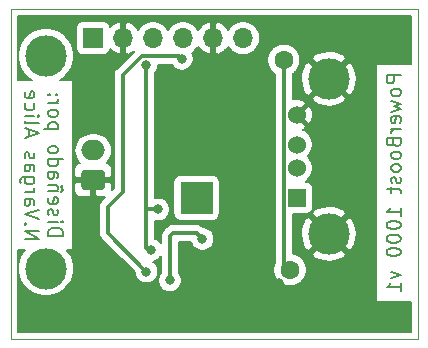
<source format=gbr>
%TF.GenerationSoftware,KiCad,Pcbnew,5.1.10-88a1d61d58~88~ubuntu18.04.1*%
%TF.CreationDate,2021-10-13T20:11:08-03:00*%
%TF.ProjectId,ConversorDCDC,436f6e76-6572-4736-9f72-444344432e6b,1.0*%
%TF.SameCoordinates,Original*%
%TF.FileFunction,Copper,L2,Bot*%
%TF.FilePolarity,Positive*%
%FSLAX46Y46*%
G04 Gerber Fmt 4.6, Leading zero omitted, Abs format (unit mm)*
G04 Created by KiCad (PCBNEW 5.1.10-88a1d61d58~88~ubuntu18.04.1) date 2021-10-13 20:11:08*
%MOMM*%
%LPD*%
G01*
G04 APERTURE LIST*
%TA.AperFunction,NonConductor*%
%ADD10C,0.200000*%
%TD*%
%TA.AperFunction,Profile*%
%ADD11C,0.050000*%
%TD*%
%TA.AperFunction,ComponentPad*%
%ADD12C,2.600000*%
%TD*%
%TA.AperFunction,ConnectorPad*%
%ADD13C,3.500000*%
%TD*%
%TA.AperFunction,ComponentPad*%
%ADD14C,0.500000*%
%TD*%
%TA.AperFunction,SMDPad,CuDef*%
%ADD15R,2.700000X2.700000*%
%TD*%
%TA.AperFunction,ComponentPad*%
%ADD16O,2.000000X1.700000*%
%TD*%
%TA.AperFunction,ComponentPad*%
%ADD17R,1.700000X1.700000*%
%TD*%
%TA.AperFunction,ComponentPad*%
%ADD18O,1.700000X1.700000*%
%TD*%
%TA.AperFunction,ComponentPad*%
%ADD19C,3.500000*%
%TD*%
%TA.AperFunction,ComponentPad*%
%ADD20R,1.524000X1.524000*%
%TD*%
%TA.AperFunction,ComponentPad*%
%ADD21C,1.524000*%
%TD*%
%TA.AperFunction,ViaPad*%
%ADD22C,0.800000*%
%TD*%
%TA.AperFunction,ViaPad*%
%ADD23C,1.600000*%
%TD*%
%TA.AperFunction,Conductor*%
%ADD24C,0.300000*%
%TD*%
%TA.AperFunction,Conductor*%
%ADD25C,0.200000*%
%TD*%
%TA.AperFunction,Conductor*%
%ADD26C,0.100000*%
%TD*%
G04 APERTURE END LIST*
D10*
X83207142Y-117721428D02*
X84407142Y-117721428D01*
X84407142Y-117435714D01*
X84350000Y-117264285D01*
X84235714Y-117150000D01*
X84121428Y-117092857D01*
X83892857Y-117035714D01*
X83721428Y-117035714D01*
X83492857Y-117092857D01*
X83378571Y-117150000D01*
X83264285Y-117264285D01*
X83207142Y-117435714D01*
X83207142Y-117721428D01*
X83207142Y-116521428D02*
X84007142Y-116521428D01*
X84407142Y-116521428D02*
X84350000Y-116578571D01*
X84292857Y-116521428D01*
X84350000Y-116464285D01*
X84407142Y-116521428D01*
X84292857Y-116521428D01*
X83264285Y-116007142D02*
X83207142Y-115892857D01*
X83207142Y-115664285D01*
X83264285Y-115550000D01*
X83378571Y-115492857D01*
X83435714Y-115492857D01*
X83550000Y-115550000D01*
X83607142Y-115664285D01*
X83607142Y-115835714D01*
X83664285Y-115950000D01*
X83778571Y-116007142D01*
X83835714Y-116007142D01*
X83950000Y-115950000D01*
X84007142Y-115835714D01*
X84007142Y-115664285D01*
X83950000Y-115550000D01*
X83264285Y-114521428D02*
X83207142Y-114635714D01*
X83207142Y-114864285D01*
X83264285Y-114978571D01*
X83378571Y-115035714D01*
X83835714Y-115035714D01*
X83950000Y-114978571D01*
X84007142Y-114864285D01*
X84007142Y-114635714D01*
X83950000Y-114521428D01*
X83835714Y-114464285D01*
X83721428Y-114464285D01*
X83607142Y-115035714D01*
X84007142Y-113950000D02*
X83207142Y-113950000D01*
X83892857Y-113950000D02*
X83950000Y-113892857D01*
X84007142Y-113778571D01*
X84007142Y-113607142D01*
X83950000Y-113492857D01*
X83835714Y-113435714D01*
X83207142Y-113435714D01*
X84292857Y-114007142D02*
X84350000Y-113950000D01*
X84407142Y-113835714D01*
X84292857Y-113607142D01*
X84350000Y-113492857D01*
X84407142Y-113435714D01*
X83207142Y-112350000D02*
X83835714Y-112350000D01*
X83950000Y-112407142D01*
X84007142Y-112521428D01*
X84007142Y-112750000D01*
X83950000Y-112864285D01*
X83264285Y-112350000D02*
X83207142Y-112464285D01*
X83207142Y-112750000D01*
X83264285Y-112864285D01*
X83378571Y-112921428D01*
X83492857Y-112921428D01*
X83607142Y-112864285D01*
X83664285Y-112750000D01*
X83664285Y-112464285D01*
X83721428Y-112350000D01*
X83207142Y-111264285D02*
X84407142Y-111264285D01*
X83264285Y-111264285D02*
X83207142Y-111378571D01*
X83207142Y-111607142D01*
X83264285Y-111721428D01*
X83321428Y-111778571D01*
X83435714Y-111835714D01*
X83778571Y-111835714D01*
X83892857Y-111778571D01*
X83950000Y-111721428D01*
X84007142Y-111607142D01*
X84007142Y-111378571D01*
X83950000Y-111264285D01*
X83207142Y-110521428D02*
X83264285Y-110635714D01*
X83321428Y-110692857D01*
X83435714Y-110750000D01*
X83778571Y-110750000D01*
X83892857Y-110692857D01*
X83950000Y-110635714D01*
X84007142Y-110521428D01*
X84007142Y-110350000D01*
X83950000Y-110235714D01*
X83892857Y-110178571D01*
X83778571Y-110121428D01*
X83435714Y-110121428D01*
X83321428Y-110178571D01*
X83264285Y-110235714D01*
X83207142Y-110350000D01*
X83207142Y-110521428D01*
X84007142Y-108692857D02*
X82807142Y-108692857D01*
X83950000Y-108692857D02*
X84007142Y-108578571D01*
X84007142Y-108350000D01*
X83950000Y-108235714D01*
X83892857Y-108178571D01*
X83778571Y-108121428D01*
X83435714Y-108121428D01*
X83321428Y-108178571D01*
X83264285Y-108235714D01*
X83207142Y-108350000D01*
X83207142Y-108578571D01*
X83264285Y-108692857D01*
X83207142Y-107435714D02*
X83264285Y-107550000D01*
X83321428Y-107607142D01*
X83435714Y-107664285D01*
X83778571Y-107664285D01*
X83892857Y-107607142D01*
X83950000Y-107550000D01*
X84007142Y-107435714D01*
X84007142Y-107264285D01*
X83950000Y-107150000D01*
X83892857Y-107092857D01*
X83778571Y-107035714D01*
X83435714Y-107035714D01*
X83321428Y-107092857D01*
X83264285Y-107150000D01*
X83207142Y-107264285D01*
X83207142Y-107435714D01*
X83207142Y-106521428D02*
X84007142Y-106521428D01*
X83778571Y-106521428D02*
X83892857Y-106464285D01*
X83950000Y-106407142D01*
X84007142Y-106292857D01*
X84007142Y-106178571D01*
X83321428Y-105778571D02*
X83264285Y-105721428D01*
X83207142Y-105778571D01*
X83264285Y-105835714D01*
X83321428Y-105778571D01*
X83207142Y-105778571D01*
X83950000Y-105778571D02*
X83892857Y-105721428D01*
X83835714Y-105778571D01*
X83892857Y-105835714D01*
X83950000Y-105778571D01*
X83835714Y-105778571D01*
X81207142Y-117978571D02*
X82407142Y-117978571D01*
X81207142Y-117292857D01*
X82407142Y-117292857D01*
X81321428Y-116721428D02*
X81264285Y-116664285D01*
X81207142Y-116721428D01*
X81264285Y-116778571D01*
X81321428Y-116721428D01*
X81207142Y-116721428D01*
X82407142Y-116321428D02*
X81207142Y-115921428D01*
X82407142Y-115521428D01*
X81207142Y-114607142D02*
X81835714Y-114607142D01*
X81950000Y-114664285D01*
X82007142Y-114778571D01*
X82007142Y-115007142D01*
X81950000Y-115121428D01*
X81264285Y-114607142D02*
X81207142Y-114721428D01*
X81207142Y-115007142D01*
X81264285Y-115121428D01*
X81378571Y-115178571D01*
X81492857Y-115178571D01*
X81607142Y-115121428D01*
X81664285Y-115007142D01*
X81664285Y-114721428D01*
X81721428Y-114607142D01*
X81207142Y-114035714D02*
X82007142Y-114035714D01*
X81778571Y-114035714D02*
X81892857Y-113978571D01*
X81950000Y-113921428D01*
X82007142Y-113807142D01*
X82007142Y-113692857D01*
X82007142Y-112778571D02*
X81035714Y-112778571D01*
X80921428Y-112835714D01*
X80864285Y-112892857D01*
X80807142Y-113007142D01*
X80807142Y-113178571D01*
X80864285Y-113292857D01*
X81264285Y-112778571D02*
X81207142Y-112892857D01*
X81207142Y-113121428D01*
X81264285Y-113235714D01*
X81321428Y-113292857D01*
X81435714Y-113350000D01*
X81778571Y-113350000D01*
X81892857Y-113292857D01*
X81950000Y-113235714D01*
X82007142Y-113121428D01*
X82007142Y-112892857D01*
X81950000Y-112778571D01*
X81207142Y-111692857D02*
X81835714Y-111692857D01*
X81950000Y-111750000D01*
X82007142Y-111864285D01*
X82007142Y-112092857D01*
X81950000Y-112207142D01*
X81264285Y-111692857D02*
X81207142Y-111807142D01*
X81207142Y-112092857D01*
X81264285Y-112207142D01*
X81378571Y-112264285D01*
X81492857Y-112264285D01*
X81607142Y-112207142D01*
X81664285Y-112092857D01*
X81664285Y-111807142D01*
X81721428Y-111692857D01*
X81264285Y-111178571D02*
X81207142Y-111064285D01*
X81207142Y-110835714D01*
X81264285Y-110721428D01*
X81378571Y-110664285D01*
X81435714Y-110664285D01*
X81550000Y-110721428D01*
X81607142Y-110835714D01*
X81607142Y-111007142D01*
X81664285Y-111121428D01*
X81778571Y-111178571D01*
X81835714Y-111178571D01*
X81950000Y-111121428D01*
X82007142Y-111007142D01*
X82007142Y-110835714D01*
X81950000Y-110721428D01*
X81550000Y-109292857D02*
X81550000Y-108721428D01*
X81207142Y-109407142D02*
X82407142Y-109007142D01*
X81207142Y-108607142D01*
X81207142Y-108035714D02*
X81264285Y-108150000D01*
X81378571Y-108207142D01*
X82407142Y-108207142D01*
X81207142Y-107578571D02*
X82007142Y-107578571D01*
X82407142Y-107578571D02*
X82350000Y-107635714D01*
X82292857Y-107578571D01*
X82350000Y-107521428D01*
X82407142Y-107578571D01*
X82292857Y-107578571D01*
X81264285Y-106492857D02*
X81207142Y-106607142D01*
X81207142Y-106835714D01*
X81264285Y-106950000D01*
X81321428Y-107007142D01*
X81435714Y-107064285D01*
X81778571Y-107064285D01*
X81892857Y-107007142D01*
X81950000Y-106950000D01*
X82007142Y-106835714D01*
X82007142Y-106607142D01*
X81950000Y-106492857D01*
X81264285Y-105521428D02*
X81207142Y-105635714D01*
X81207142Y-105864285D01*
X81264285Y-105978571D01*
X81378571Y-106035714D01*
X81835714Y-106035714D01*
X81950000Y-105978571D01*
X82007142Y-105864285D01*
X82007142Y-105635714D01*
X81950000Y-105521428D01*
X81835714Y-105464285D01*
X81721428Y-105464285D01*
X81607142Y-106035714D01*
X113042857Y-104135714D02*
X111842857Y-104135714D01*
X111842857Y-104592857D01*
X111900000Y-104707142D01*
X111957142Y-104764285D01*
X112071428Y-104821428D01*
X112242857Y-104821428D01*
X112357142Y-104764285D01*
X112414285Y-104707142D01*
X112471428Y-104592857D01*
X112471428Y-104135714D01*
X113042857Y-105507142D02*
X112985714Y-105392857D01*
X112928571Y-105335714D01*
X112814285Y-105278571D01*
X112471428Y-105278571D01*
X112357142Y-105335714D01*
X112300000Y-105392857D01*
X112242857Y-105507142D01*
X112242857Y-105678571D01*
X112300000Y-105792857D01*
X112357142Y-105850000D01*
X112471428Y-105907142D01*
X112814285Y-105907142D01*
X112928571Y-105850000D01*
X112985714Y-105792857D01*
X113042857Y-105678571D01*
X113042857Y-105507142D01*
X112242857Y-106307142D02*
X113042857Y-106535714D01*
X112471428Y-106764285D01*
X113042857Y-106992857D01*
X112242857Y-107221428D01*
X112985714Y-108135714D02*
X113042857Y-108021428D01*
X113042857Y-107792857D01*
X112985714Y-107678571D01*
X112871428Y-107621428D01*
X112414285Y-107621428D01*
X112300000Y-107678571D01*
X112242857Y-107792857D01*
X112242857Y-108021428D01*
X112300000Y-108135714D01*
X112414285Y-108192857D01*
X112528571Y-108192857D01*
X112642857Y-107621428D01*
X113042857Y-108707142D02*
X112242857Y-108707142D01*
X112471428Y-108707142D02*
X112357142Y-108764285D01*
X112300000Y-108821428D01*
X112242857Y-108935714D01*
X112242857Y-109050000D01*
X112414285Y-109850000D02*
X112471428Y-110021428D01*
X112528571Y-110078571D01*
X112642857Y-110135714D01*
X112814285Y-110135714D01*
X112928571Y-110078571D01*
X112985714Y-110021428D01*
X113042857Y-109907142D01*
X113042857Y-109450000D01*
X111842857Y-109450000D01*
X111842857Y-109850000D01*
X111900000Y-109964285D01*
X111957142Y-110021428D01*
X112071428Y-110078571D01*
X112185714Y-110078571D01*
X112300000Y-110021428D01*
X112357142Y-109964285D01*
X112414285Y-109850000D01*
X112414285Y-109450000D01*
X113042857Y-110821428D02*
X112985714Y-110707142D01*
X112928571Y-110650000D01*
X112814285Y-110592857D01*
X112471428Y-110592857D01*
X112357142Y-110650000D01*
X112300000Y-110707142D01*
X112242857Y-110821428D01*
X112242857Y-110992857D01*
X112300000Y-111107142D01*
X112357142Y-111164285D01*
X112471428Y-111221428D01*
X112814285Y-111221428D01*
X112928571Y-111164285D01*
X112985714Y-111107142D01*
X113042857Y-110992857D01*
X113042857Y-110821428D01*
X113042857Y-111907142D02*
X112985714Y-111792857D01*
X112928571Y-111735714D01*
X112814285Y-111678571D01*
X112471428Y-111678571D01*
X112357142Y-111735714D01*
X112300000Y-111792857D01*
X112242857Y-111907142D01*
X112242857Y-112078571D01*
X112300000Y-112192857D01*
X112357142Y-112250000D01*
X112471428Y-112307142D01*
X112814285Y-112307142D01*
X112928571Y-112250000D01*
X112985714Y-112192857D01*
X113042857Y-112078571D01*
X113042857Y-111907142D01*
X112985714Y-112764285D02*
X113042857Y-112878571D01*
X113042857Y-113107142D01*
X112985714Y-113221428D01*
X112871428Y-113278571D01*
X112814285Y-113278571D01*
X112700000Y-113221428D01*
X112642857Y-113107142D01*
X112642857Y-112935714D01*
X112585714Y-112821428D01*
X112471428Y-112764285D01*
X112414285Y-112764285D01*
X112300000Y-112821428D01*
X112242857Y-112935714D01*
X112242857Y-113107142D01*
X112300000Y-113221428D01*
X112242857Y-113621428D02*
X112242857Y-114078571D01*
X111842857Y-113792857D02*
X112871428Y-113792857D01*
X112985714Y-113850000D01*
X113042857Y-113964285D01*
X113042857Y-114078571D01*
X113042857Y-116021428D02*
X113042857Y-115335714D01*
X113042857Y-115678571D02*
X111842857Y-115678571D01*
X112014285Y-115564285D01*
X112128571Y-115449999D01*
X112185714Y-115335714D01*
X111842857Y-116764285D02*
X111842857Y-116878571D01*
X111900000Y-116992857D01*
X111957142Y-117049999D01*
X112071428Y-117107142D01*
X112300000Y-117164285D01*
X112585714Y-117164285D01*
X112814285Y-117107142D01*
X112928571Y-117049999D01*
X112985714Y-116992857D01*
X113042857Y-116878571D01*
X113042857Y-116764285D01*
X112985714Y-116649999D01*
X112928571Y-116592857D01*
X112814285Y-116535714D01*
X112585714Y-116478571D01*
X112300000Y-116478571D01*
X112071428Y-116535714D01*
X111957142Y-116592857D01*
X111900000Y-116649999D01*
X111842857Y-116764285D01*
X111842857Y-117907142D02*
X111842857Y-118021428D01*
X111900000Y-118135714D01*
X111957142Y-118192857D01*
X112071428Y-118249999D01*
X112300000Y-118307142D01*
X112585714Y-118307142D01*
X112814285Y-118249999D01*
X112928571Y-118192857D01*
X112985714Y-118135714D01*
X113042857Y-118021428D01*
X113042857Y-117907142D01*
X112985714Y-117792857D01*
X112928571Y-117735714D01*
X112814285Y-117678571D01*
X112585714Y-117621428D01*
X112300000Y-117621428D01*
X112071428Y-117678571D01*
X111957142Y-117735714D01*
X111900000Y-117792857D01*
X111842857Y-117907142D01*
X111842857Y-119049999D02*
X111842857Y-119164285D01*
X111900000Y-119278571D01*
X111957142Y-119335714D01*
X112071428Y-119392857D01*
X112300000Y-119449999D01*
X112585714Y-119449999D01*
X112814285Y-119392857D01*
X112928571Y-119335714D01*
X112985714Y-119278571D01*
X113042857Y-119164285D01*
X113042857Y-119049999D01*
X112985714Y-118935714D01*
X112928571Y-118878571D01*
X112814285Y-118821428D01*
X112585714Y-118764285D01*
X112300000Y-118764285D01*
X112071428Y-118821428D01*
X111957142Y-118878571D01*
X111900000Y-118935714D01*
X111842857Y-119049999D01*
X112242857Y-120764285D02*
X113042857Y-121049999D01*
X112242857Y-121335714D01*
X113042857Y-122421428D02*
X113042857Y-121735714D01*
X113042857Y-122078571D02*
X111842857Y-122078571D01*
X112014285Y-121964285D01*
X112128571Y-121849999D01*
X112185714Y-121735714D01*
D11*
X80000000Y-126500000D02*
X80000000Y-98500000D01*
X114500000Y-126500000D02*
X80000000Y-126500000D01*
X114500000Y-98500000D02*
X114500000Y-126500000D01*
X80000000Y-98500000D02*
X114500000Y-98500000D01*
D12*
%TO.P,H1,1*%
%TO.N,N/C*%
X83000000Y-102500000D03*
D13*
X83000000Y-102500000D03*
%TD*%
D14*
%TO.P,U1,17*%
%TO.N,Net-(U1-Pad17)*%
X96850000Y-115600000D03*
X95750000Y-115600000D03*
X94650000Y-115600000D03*
X96850000Y-114500000D03*
X95750000Y-114500000D03*
X94650000Y-114500000D03*
X96850000Y-113400000D03*
X95750000Y-113400000D03*
X94650000Y-113400000D03*
D15*
X95750000Y-114500000D03*
%TD*%
%TO.P,X2,1*%
%TO.N,GND*%
%TA.AperFunction,ComponentPad*%
G36*
G01*
X87750000Y-113850000D02*
X86250000Y-113850000D01*
G75*
G02*
X86000000Y-113600000I0J250000D01*
G01*
X86000000Y-112400000D01*
G75*
G02*
X86250000Y-112150000I250000J0D01*
G01*
X87750000Y-112150000D01*
G75*
G02*
X88000000Y-112400000I0J-250000D01*
G01*
X88000000Y-113600000D01*
G75*
G02*
X87750000Y-113850000I-250000J0D01*
G01*
G37*
%TD.AperFunction*%
D16*
%TO.P,X2,2*%
%TO.N,+BATT*%
X87000000Y-110500000D03*
%TD*%
D13*
%TO.P,H2,1*%
%TO.N,N/C*%
X83000000Y-120500000D03*
D12*
X83000000Y-120500000D03*
%TD*%
D17*
%TO.P,JP1,1*%
%TO.N,+BATT*%
X87000000Y-101000000D03*
D18*
%TO.P,JP1,2*%
%TO.N,GND*%
X89540000Y-101000000D03*
%TO.P,JP1,3*%
%TO.N,/ENABLE*%
X92080000Y-101000000D03*
%TO.P,JP1,4*%
%TO.N,/LBO*%
X94620000Y-101000000D03*
%TO.P,JP1,5*%
%TO.N,GND*%
X97160000Y-101000000D03*
%TO.P,JP1,6*%
%TO.N,+5V*%
X99700000Y-101000000D03*
%TD*%
D19*
%TO.P,CN1,5*%
%TO.N,GND*%
X106960000Y-104430000D03*
X106960000Y-117570000D03*
D20*
%TO.P,CN1,1*%
%TO.N,+5V*%
X104250000Y-114500000D03*
D21*
%TO.P,CN1,2*%
%TO.N,Net-(CN1-Pad2)*%
X104250000Y-112000000D03*
%TO.P,CN1,3*%
%TO.N,Net-(CN1-Pad3)*%
X104250000Y-110000000D03*
%TO.P,CN1,4*%
%TO.N,GND*%
X104250000Y-107500000D03*
%TD*%
D22*
%TO.N,GND*%
X99250000Y-121750000D03*
X102750000Y-121750000D03*
X92750000Y-113000000D03*
X94655331Y-109844669D03*
X106960000Y-111540000D03*
X106960000Y-108040000D03*
D23*
%TO.N,+5V*%
X103662500Y-120600000D03*
X103137999Y-102862001D03*
D22*
%TO.N,/ENABLE*%
X91912500Y-118912500D03*
X91500000Y-103250000D03*
X92500000Y-115500000D03*
%TO.N,/LBO*%
X94500000Y-102750000D03*
X91500000Y-120750000D03*
%TO.N,Net-(R3-Pad2)*%
X96250000Y-118000000D03*
X93500000Y-121500000D03*
%TD*%
D24*
%TO.N,GND*%
X99250000Y-121750000D02*
X102750000Y-121750000D01*
X92750000Y-113000000D02*
X92750000Y-111750000D01*
X92750000Y-111750000D02*
X94500000Y-110000000D01*
X94500000Y-110000000D02*
X94655331Y-109844669D01*
X106960000Y-111540000D02*
X106960000Y-108040000D01*
%TO.N,+5V*%
X103137999Y-120075499D02*
X103137999Y-102862001D01*
X103662500Y-120600000D02*
X103137999Y-120075499D01*
X103137999Y-102862001D02*
X103137999Y-102862001D01*
%TO.N,/ENABLE*%
X91912500Y-118912500D02*
X91662500Y-118912500D01*
X91662500Y-118912500D02*
X91500000Y-118750000D01*
X91500000Y-115500000D02*
X91500000Y-103250000D01*
X91500000Y-118750000D02*
X91500000Y-115500000D01*
X91500000Y-115500000D02*
X92500000Y-115500000D01*
%TO.N,/LBO*%
X94500000Y-102750000D02*
X94250000Y-102500000D01*
X94250000Y-102500000D02*
X91139999Y-102499999D01*
X91139999Y-102499999D02*
X90944999Y-102694999D01*
X89500000Y-104139998D02*
X89500000Y-114000000D01*
X90944999Y-102694999D02*
X89500000Y-104139998D01*
X89500000Y-114000000D02*
X88500000Y-115000000D01*
X88500000Y-115000000D02*
X88250000Y-115250000D01*
X88250000Y-115250000D02*
X88250000Y-117500000D01*
X88250000Y-117500000D02*
X91500000Y-120750000D01*
%TO.N,Net-(R3-Pad2)*%
X96250000Y-118000000D02*
X95750000Y-117500000D01*
X95750000Y-117500000D02*
X94000000Y-117500000D01*
X94000000Y-117500000D02*
X93750000Y-117500000D01*
X93750000Y-117500000D02*
X93500000Y-117750000D01*
X93500000Y-117750000D02*
X93500000Y-121500000D01*
X93500000Y-121500000D02*
X93500000Y-121500000D01*
%TD*%
D25*
%TO.N,GND*%
X113875000Y-103150000D02*
X110986000Y-103150000D01*
X110986000Y-123350000D01*
X113875001Y-123350000D01*
X113875001Y-125875000D01*
X80625000Y-125875000D01*
X80625000Y-118964286D01*
X81212312Y-118964286D01*
X81174636Y-119001962D01*
X80917457Y-119386857D01*
X80740309Y-119814530D01*
X80650000Y-120268545D01*
X80650000Y-120731455D01*
X80740309Y-121185470D01*
X80917457Y-121613143D01*
X81174636Y-121998038D01*
X81501962Y-122325364D01*
X81886857Y-122582543D01*
X82314530Y-122759691D01*
X82768545Y-122850000D01*
X83231455Y-122850000D01*
X83685470Y-122759691D01*
X84113143Y-122582543D01*
X84498038Y-122325364D01*
X84825364Y-121998038D01*
X85082543Y-121613143D01*
X85259691Y-121185470D01*
X85350000Y-120731455D01*
X85350000Y-120268545D01*
X85259691Y-119814530D01*
X85082543Y-119386857D01*
X84825364Y-119001962D01*
X84787688Y-118964286D01*
X85264000Y-118964286D01*
X85264000Y-113850000D01*
X85397097Y-113850000D01*
X85408682Y-113967621D01*
X85442990Y-114080721D01*
X85498704Y-114184955D01*
X85573683Y-114276317D01*
X85665045Y-114351296D01*
X85769279Y-114407010D01*
X85882379Y-114441318D01*
X86000000Y-114452903D01*
X86700000Y-114450000D01*
X86850000Y-114300000D01*
X86850000Y-113150000D01*
X87150000Y-113150000D01*
X87150000Y-114300000D01*
X87300000Y-114450000D01*
X87986493Y-114452847D01*
X87745719Y-114693622D01*
X87717105Y-114717105D01*
X87623381Y-114831308D01*
X87553739Y-114961600D01*
X87510853Y-115102975D01*
X87500000Y-115213166D01*
X87500000Y-115213173D01*
X87496373Y-115250000D01*
X87500000Y-115286828D01*
X87500001Y-117463163D01*
X87496373Y-117500000D01*
X87510853Y-117647025D01*
X87553739Y-117788400D01*
X87553740Y-117788401D01*
X87623382Y-117918693D01*
X87649838Y-117950929D01*
X87693624Y-118004283D01*
X87693625Y-118004284D01*
X87717106Y-118032895D01*
X87745715Y-118056374D01*
X90500000Y-120810660D01*
X90500000Y-120848491D01*
X90538429Y-121041689D01*
X90613811Y-121223678D01*
X90723249Y-121387463D01*
X90862537Y-121526751D01*
X91026322Y-121636189D01*
X91208311Y-121711571D01*
X91401509Y-121750000D01*
X91598491Y-121750000D01*
X91791689Y-121711571D01*
X91973678Y-121636189D01*
X92137463Y-121526751D01*
X92276751Y-121387463D01*
X92386189Y-121223678D01*
X92461571Y-121041689D01*
X92500000Y-120848491D01*
X92500000Y-120651509D01*
X92461571Y-120458311D01*
X92386189Y-120276322D01*
X92276751Y-120112537D01*
X92137463Y-119973249D01*
X92038390Y-119907050D01*
X92204189Y-119874071D01*
X92386178Y-119798689D01*
X92549963Y-119689251D01*
X92689251Y-119549963D01*
X92750000Y-119459045D01*
X92750001Y-120835785D01*
X92723249Y-120862537D01*
X92613811Y-121026322D01*
X92538429Y-121208311D01*
X92500000Y-121401509D01*
X92500000Y-121598491D01*
X92538429Y-121791689D01*
X92613811Y-121973678D01*
X92723249Y-122137463D01*
X92862537Y-122276751D01*
X93026322Y-122386189D01*
X93208311Y-122461571D01*
X93401509Y-122500000D01*
X93598491Y-122500000D01*
X93791689Y-122461571D01*
X93973678Y-122386189D01*
X94137463Y-122276751D01*
X94276751Y-122137463D01*
X94386189Y-121973678D01*
X94461571Y-121791689D01*
X94500000Y-121598491D01*
X94500000Y-121401509D01*
X94461571Y-121208311D01*
X94386189Y-121026322D01*
X94276751Y-120862537D01*
X94250000Y-120835786D01*
X94250000Y-118250000D01*
X95280137Y-118250000D01*
X95288429Y-118291689D01*
X95363811Y-118473678D01*
X95473249Y-118637463D01*
X95612537Y-118776751D01*
X95776322Y-118886189D01*
X95958311Y-118961571D01*
X96151509Y-119000000D01*
X96348491Y-119000000D01*
X96541689Y-118961571D01*
X96723678Y-118886189D01*
X96887463Y-118776751D01*
X97026751Y-118637463D01*
X97136189Y-118473678D01*
X97211571Y-118291689D01*
X97250000Y-118098491D01*
X97250000Y-117901509D01*
X97211571Y-117708311D01*
X97136189Y-117526322D01*
X97026751Y-117362537D01*
X96887463Y-117223249D01*
X96723678Y-117113811D01*
X96541689Y-117038429D01*
X96348491Y-117000000D01*
X96310659Y-117000000D01*
X96306379Y-116995720D01*
X96282895Y-116967105D01*
X96168693Y-116873381D01*
X96038401Y-116803739D01*
X95897026Y-116760853D01*
X95786835Y-116750000D01*
X95786827Y-116750000D01*
X95750000Y-116746373D01*
X95713173Y-116750000D01*
X93786824Y-116750000D01*
X93749999Y-116746373D01*
X93713174Y-116750000D01*
X93713165Y-116750000D01*
X93602974Y-116760853D01*
X93461599Y-116803739D01*
X93331307Y-116873381D01*
X93217105Y-116967105D01*
X93193625Y-116995715D01*
X92995719Y-117193622D01*
X92967105Y-117217105D01*
X92873381Y-117331308D01*
X92803739Y-117461600D01*
X92760853Y-117602975D01*
X92750000Y-117713166D01*
X92750000Y-117713173D01*
X92746373Y-117750000D01*
X92750000Y-117786828D01*
X92750000Y-118365954D01*
X92689251Y-118275037D01*
X92549963Y-118135749D01*
X92386178Y-118026311D01*
X92250000Y-117969904D01*
X92250000Y-116469863D01*
X92401509Y-116500000D01*
X92598491Y-116500000D01*
X92791689Y-116461571D01*
X92973678Y-116386189D01*
X93137463Y-116276751D01*
X93276751Y-116137463D01*
X93386189Y-115973678D01*
X93461571Y-115791689D01*
X93500000Y-115598491D01*
X93500000Y-115401509D01*
X93461571Y-115208311D01*
X93386189Y-115026322D01*
X93276751Y-114862537D01*
X93137463Y-114723249D01*
X92973678Y-114613811D01*
X92791689Y-114538429D01*
X92598491Y-114500000D01*
X92401509Y-114500000D01*
X92250000Y-114530137D01*
X92250000Y-113150000D01*
X93797097Y-113150000D01*
X93797097Y-115850000D01*
X93808682Y-115967621D01*
X93842990Y-116080721D01*
X93898704Y-116184955D01*
X93973683Y-116276317D01*
X94065045Y-116351296D01*
X94169279Y-116407010D01*
X94282379Y-116441318D01*
X94400000Y-116452903D01*
X97100000Y-116452903D01*
X97217621Y-116441318D01*
X97330721Y-116407010D01*
X97434955Y-116351296D01*
X97526317Y-116276317D01*
X97601296Y-116184955D01*
X97657010Y-116080721D01*
X97691318Y-115967621D01*
X97702903Y-115850000D01*
X97702903Y-113150000D01*
X97691318Y-113032379D01*
X97657010Y-112919279D01*
X97601296Y-112815045D01*
X97526317Y-112723683D01*
X97434955Y-112648704D01*
X97330721Y-112592990D01*
X97217621Y-112558682D01*
X97100000Y-112547097D01*
X94400000Y-112547097D01*
X94282379Y-112558682D01*
X94169279Y-112592990D01*
X94065045Y-112648704D01*
X93973683Y-112723683D01*
X93898704Y-112815045D01*
X93842990Y-112919279D01*
X93808682Y-113032379D01*
X93797097Y-113150000D01*
X92250000Y-113150000D01*
X92250000Y-103914214D01*
X92276751Y-103887463D01*
X92386189Y-103723678D01*
X92461571Y-103541689D01*
X92500000Y-103348491D01*
X92500000Y-103249999D01*
X93631399Y-103250000D01*
X93723249Y-103387463D01*
X93862537Y-103526751D01*
X94026322Y-103636189D01*
X94208311Y-103711571D01*
X94401509Y-103750000D01*
X94598491Y-103750000D01*
X94791689Y-103711571D01*
X94973678Y-103636189D01*
X95137463Y-103526751D01*
X95276751Y-103387463D01*
X95386189Y-103223678D01*
X95461571Y-103041689D01*
X95500000Y-102848491D01*
X95500000Y-102724113D01*
X101737999Y-102724113D01*
X101737999Y-102999889D01*
X101791800Y-103270366D01*
X101897335Y-103525150D01*
X102050548Y-103754449D01*
X102245551Y-103949452D01*
X102388000Y-104044634D01*
X102387999Y-120018541D01*
X102316301Y-120191635D01*
X102262500Y-120462112D01*
X102262500Y-120737888D01*
X102316301Y-121008365D01*
X102421836Y-121263149D01*
X102575049Y-121492448D01*
X102770052Y-121687451D01*
X102999351Y-121840664D01*
X103254135Y-121946199D01*
X103524612Y-122000000D01*
X103800388Y-122000000D01*
X104070865Y-121946199D01*
X104325649Y-121840664D01*
X104554948Y-121687451D01*
X104749951Y-121492448D01*
X104903164Y-121263149D01*
X105008699Y-121008365D01*
X105062500Y-120737888D01*
X105062500Y-120462112D01*
X105008699Y-120191635D01*
X104903164Y-119936851D01*
X104749951Y-119707552D01*
X104554948Y-119512549D01*
X104325649Y-119359336D01*
X104070865Y-119253801D01*
X103982077Y-119236140D01*
X105505992Y-119236140D01*
X105696177Y-119564699D01*
X106109607Y-119772931D01*
X106555717Y-119896506D01*
X107017364Y-119930674D01*
X107476806Y-119874123D01*
X107916387Y-119729026D01*
X108223823Y-119564699D01*
X108414008Y-119236140D01*
X106960000Y-117782132D01*
X105505992Y-119236140D01*
X103982077Y-119236140D01*
X103887999Y-119217427D01*
X103887999Y-117627364D01*
X104599326Y-117627364D01*
X104655877Y-118086806D01*
X104800974Y-118526387D01*
X104965301Y-118833823D01*
X105293860Y-119024008D01*
X106747868Y-117570000D01*
X107172132Y-117570000D01*
X108626140Y-119024008D01*
X108954699Y-118833823D01*
X109162931Y-118420393D01*
X109286506Y-117974283D01*
X109320674Y-117512636D01*
X109264123Y-117053194D01*
X109119026Y-116613613D01*
X108954699Y-116306177D01*
X108626140Y-116115992D01*
X107172132Y-117570000D01*
X106747868Y-117570000D01*
X105293860Y-116115992D01*
X104965301Y-116306177D01*
X104757069Y-116719607D01*
X104633494Y-117165717D01*
X104599326Y-117627364D01*
X103887999Y-117627364D01*
X103887999Y-115903860D01*
X105505992Y-115903860D01*
X106960000Y-117357868D01*
X108414008Y-115903860D01*
X108223823Y-115575301D01*
X107810393Y-115367069D01*
X107364283Y-115243494D01*
X106902636Y-115209326D01*
X106443194Y-115265877D01*
X106003613Y-115410974D01*
X105696177Y-115575301D01*
X105505992Y-115903860D01*
X103887999Y-115903860D01*
X103887999Y-115864903D01*
X105012000Y-115864903D01*
X105129621Y-115853318D01*
X105242721Y-115819010D01*
X105346955Y-115763296D01*
X105438317Y-115688317D01*
X105513296Y-115596955D01*
X105569010Y-115492721D01*
X105603318Y-115379621D01*
X105614903Y-115262000D01*
X105614903Y-113738000D01*
X105603318Y-113620379D01*
X105569010Y-113507279D01*
X105513296Y-113403045D01*
X105438317Y-113311683D01*
X105346955Y-113236704D01*
X105242721Y-113180990D01*
X105129621Y-113146682D01*
X105012000Y-113135097D01*
X105002742Y-113135097D01*
X105118224Y-113057934D01*
X105307934Y-112868224D01*
X105456989Y-112645149D01*
X105559659Y-112397281D01*
X105612000Y-112134145D01*
X105612000Y-111865855D01*
X105559659Y-111602719D01*
X105456989Y-111354851D01*
X105307934Y-111131776D01*
X105176158Y-111000000D01*
X105307934Y-110868224D01*
X105456989Y-110645149D01*
X105559659Y-110397281D01*
X105612000Y-110134145D01*
X105612000Y-109865855D01*
X105559659Y-109602719D01*
X105456989Y-109354851D01*
X105307934Y-109131776D01*
X105118224Y-108942066D01*
X104895149Y-108793011D01*
X104792817Y-108750624D01*
X104861567Y-108724347D01*
X104928238Y-108688710D01*
X104999054Y-108461187D01*
X104250000Y-107712132D01*
X104235858Y-107726275D01*
X104023726Y-107514143D01*
X104037868Y-107500000D01*
X104462132Y-107500000D01*
X105211187Y-108249054D01*
X105438710Y-108178238D01*
X105548187Y-107933301D01*
X105607776Y-107671712D01*
X105615186Y-107403524D01*
X105570132Y-107139042D01*
X105474347Y-106888433D01*
X105438710Y-106821762D01*
X105211187Y-106750946D01*
X104462132Y-107500000D01*
X104037868Y-107500000D01*
X104023726Y-107485858D01*
X104235858Y-107273726D01*
X104250000Y-107287868D01*
X104999054Y-106538813D01*
X104928238Y-106311290D01*
X104683301Y-106201813D01*
X104421712Y-106142224D01*
X104153524Y-106134814D01*
X103889042Y-106179868D01*
X103887999Y-106180267D01*
X103887999Y-106096140D01*
X105505992Y-106096140D01*
X105696177Y-106424699D01*
X106109607Y-106632931D01*
X106555717Y-106756506D01*
X107017364Y-106790674D01*
X107476806Y-106734123D01*
X107916387Y-106589026D01*
X108223823Y-106424699D01*
X108414008Y-106096140D01*
X106960000Y-104642132D01*
X105505992Y-106096140D01*
X103887999Y-106096140D01*
X103887999Y-104487364D01*
X104599326Y-104487364D01*
X104655877Y-104946806D01*
X104800974Y-105386387D01*
X104965301Y-105693823D01*
X105293860Y-105884008D01*
X106747868Y-104430000D01*
X107172132Y-104430000D01*
X108626140Y-105884008D01*
X108954699Y-105693823D01*
X109162931Y-105280393D01*
X109286506Y-104834283D01*
X109320674Y-104372636D01*
X109264123Y-103913194D01*
X109119026Y-103473613D01*
X108954699Y-103166177D01*
X108626140Y-102975992D01*
X107172132Y-104430000D01*
X106747868Y-104430000D01*
X105293860Y-102975992D01*
X104965301Y-103166177D01*
X104757069Y-103579607D01*
X104633494Y-104025717D01*
X104599326Y-104487364D01*
X103887999Y-104487364D01*
X103887999Y-104044633D01*
X104030447Y-103949452D01*
X104225450Y-103754449D01*
X104378663Y-103525150D01*
X104484198Y-103270366D01*
X104537999Y-102999889D01*
X104537999Y-102763860D01*
X105505992Y-102763860D01*
X106960000Y-104217868D01*
X108414008Y-102763860D01*
X108223823Y-102435301D01*
X107810393Y-102227069D01*
X107364283Y-102103494D01*
X106902636Y-102069326D01*
X106443194Y-102125877D01*
X106003613Y-102270974D01*
X105696177Y-102435301D01*
X105505992Y-102763860D01*
X104537999Y-102763860D01*
X104537999Y-102724113D01*
X104484198Y-102453636D01*
X104378663Y-102198852D01*
X104225450Y-101969553D01*
X104030447Y-101774550D01*
X103801148Y-101621337D01*
X103546364Y-101515802D01*
X103275887Y-101462001D01*
X103000111Y-101462001D01*
X102729634Y-101515802D01*
X102474850Y-101621337D01*
X102245551Y-101774550D01*
X102050548Y-101969553D01*
X101897335Y-102198852D01*
X101791800Y-102453636D01*
X101737999Y-102724113D01*
X95500000Y-102724113D01*
X95500000Y-102651509D01*
X95461571Y-102458311D01*
X95386189Y-102276322D01*
X95365691Y-102245645D01*
X95544321Y-102126289D01*
X95746289Y-101924321D01*
X95896141Y-101700050D01*
X96008674Y-101881457D01*
X96202760Y-102089133D01*
X96433632Y-102254954D01*
X96692418Y-102372548D01*
X96786234Y-102401000D01*
X97010000Y-102291317D01*
X97010000Y-101150000D01*
X96990000Y-101150000D01*
X96990000Y-100850000D01*
X97010000Y-100850000D01*
X97010000Y-99708683D01*
X97310000Y-99708683D01*
X97310000Y-100850000D01*
X97330000Y-100850000D01*
X97330000Y-101150000D01*
X97310000Y-101150000D01*
X97310000Y-102291317D01*
X97533766Y-102401000D01*
X97627582Y-102372548D01*
X97886368Y-102254954D01*
X98117240Y-102089133D01*
X98311326Y-101881457D01*
X98423859Y-101700050D01*
X98573711Y-101924321D01*
X98775679Y-102126289D01*
X99013167Y-102284973D01*
X99277051Y-102394277D01*
X99557187Y-102450000D01*
X99842813Y-102450000D01*
X100122949Y-102394277D01*
X100386833Y-102284973D01*
X100624321Y-102126289D01*
X100826289Y-101924321D01*
X100984973Y-101686833D01*
X101094277Y-101422949D01*
X101150000Y-101142813D01*
X101150000Y-100857187D01*
X101094277Y-100577051D01*
X100984973Y-100313167D01*
X100826289Y-100075679D01*
X100624321Y-99873711D01*
X100386833Y-99715027D01*
X100122949Y-99605723D01*
X99842813Y-99550000D01*
X99557187Y-99550000D01*
X99277051Y-99605723D01*
X99013167Y-99715027D01*
X98775679Y-99873711D01*
X98573711Y-100075679D01*
X98423859Y-100299950D01*
X98311326Y-100118543D01*
X98117240Y-99910867D01*
X97886368Y-99745046D01*
X97627582Y-99627452D01*
X97533766Y-99599000D01*
X97310000Y-99708683D01*
X97010000Y-99708683D01*
X96786234Y-99599000D01*
X96692418Y-99627452D01*
X96433632Y-99745046D01*
X96202760Y-99910867D01*
X96008674Y-100118543D01*
X95896141Y-100299950D01*
X95746289Y-100075679D01*
X95544321Y-99873711D01*
X95306833Y-99715027D01*
X95042949Y-99605723D01*
X94762813Y-99550000D01*
X94477187Y-99550000D01*
X94197051Y-99605723D01*
X93933167Y-99715027D01*
X93695679Y-99873711D01*
X93493711Y-100075679D01*
X93350000Y-100290758D01*
X93206289Y-100075679D01*
X93004321Y-99873711D01*
X92766833Y-99715027D01*
X92502949Y-99605723D01*
X92222813Y-99550000D01*
X91937187Y-99550000D01*
X91657051Y-99605723D01*
X91393167Y-99715027D01*
X91155679Y-99873711D01*
X90953711Y-100075679D01*
X90803859Y-100299950D01*
X90691326Y-100118543D01*
X90497240Y-99910867D01*
X90266368Y-99745046D01*
X90007582Y-99627452D01*
X89913766Y-99599000D01*
X89690000Y-99708683D01*
X89690000Y-100850000D01*
X89710000Y-100850000D01*
X89710000Y-101150000D01*
X89690000Y-101150000D01*
X89690000Y-102291317D01*
X89913766Y-102401000D01*
X90007582Y-102372548D01*
X90266368Y-102254954D01*
X90472276Y-102107063D01*
X90440721Y-102138618D01*
X90440715Y-102138623D01*
X88995719Y-103583620D01*
X88967105Y-103607103D01*
X88873381Y-103721306D01*
X88803739Y-103851598D01*
X88760853Y-103992973D01*
X88750000Y-104103164D01*
X88750000Y-104103171D01*
X88746373Y-104139998D01*
X88750000Y-104176825D01*
X88750001Y-113689339D01*
X88602832Y-113836509D01*
X88600000Y-113300000D01*
X88450000Y-113150000D01*
X87150000Y-113150000D01*
X86850000Y-113150000D01*
X85550000Y-113150000D01*
X85400000Y-113300000D01*
X85397097Y-113850000D01*
X85264000Y-113850000D01*
X85264000Y-110500000D01*
X85392985Y-110500000D01*
X85420981Y-110784250D01*
X85503894Y-111057576D01*
X85638536Y-111309474D01*
X85819735Y-111530265D01*
X85861922Y-111564887D01*
X85769279Y-111592990D01*
X85665045Y-111648704D01*
X85573683Y-111723683D01*
X85498704Y-111815045D01*
X85442990Y-111919279D01*
X85408682Y-112032379D01*
X85397097Y-112150000D01*
X85400000Y-112700000D01*
X85550000Y-112850000D01*
X86850000Y-112850000D01*
X86850000Y-112830000D01*
X87150000Y-112830000D01*
X87150000Y-112850000D01*
X88450000Y-112850000D01*
X88600000Y-112700000D01*
X88602903Y-112150000D01*
X88591318Y-112032379D01*
X88557010Y-111919279D01*
X88501296Y-111815045D01*
X88426317Y-111723683D01*
X88334955Y-111648704D01*
X88230721Y-111592990D01*
X88138078Y-111564887D01*
X88180265Y-111530265D01*
X88361464Y-111309474D01*
X88496106Y-111057576D01*
X88579019Y-110784250D01*
X88607015Y-110500000D01*
X88579019Y-110215750D01*
X88496106Y-109942424D01*
X88361464Y-109690526D01*
X88180265Y-109469735D01*
X87959474Y-109288536D01*
X87707576Y-109153894D01*
X87434250Y-109070981D01*
X87221225Y-109050000D01*
X86778775Y-109050000D01*
X86565750Y-109070981D01*
X86292424Y-109153894D01*
X86040526Y-109288536D01*
X85819735Y-109469735D01*
X85638536Y-109690526D01*
X85503894Y-109942424D01*
X85420981Y-110215750D01*
X85392985Y-110500000D01*
X85264000Y-110500000D01*
X85264000Y-104535715D01*
X84183226Y-104535715D01*
X84498038Y-104325364D01*
X84825364Y-103998038D01*
X85082543Y-103613143D01*
X85259691Y-103185470D01*
X85350000Y-102731455D01*
X85350000Y-102268545D01*
X85259691Y-101814530D01*
X85082543Y-101386857D01*
X84825364Y-101001962D01*
X84498038Y-100674636D01*
X84113143Y-100417457D01*
X83685470Y-100240309D01*
X83231455Y-100150000D01*
X85547097Y-100150000D01*
X85547097Y-101850000D01*
X85558682Y-101967621D01*
X85592990Y-102080721D01*
X85648704Y-102184955D01*
X85723683Y-102276317D01*
X85815045Y-102351296D01*
X85919279Y-102407010D01*
X86032379Y-102441318D01*
X86150000Y-102452903D01*
X87850000Y-102452903D01*
X87967621Y-102441318D01*
X88080721Y-102407010D01*
X88184955Y-102351296D01*
X88276317Y-102276317D01*
X88351296Y-102184955D01*
X88407010Y-102080721D01*
X88441318Y-101967621D01*
X88443976Y-101940632D01*
X88582760Y-102089133D01*
X88813632Y-102254954D01*
X89072418Y-102372548D01*
X89166234Y-102401000D01*
X89390000Y-102291317D01*
X89390000Y-101150000D01*
X89370000Y-101150000D01*
X89370000Y-100850000D01*
X89390000Y-100850000D01*
X89390000Y-99708683D01*
X89166234Y-99599000D01*
X89072418Y-99627452D01*
X88813632Y-99745046D01*
X88582760Y-99910867D01*
X88443976Y-100059368D01*
X88441318Y-100032379D01*
X88407010Y-99919279D01*
X88351296Y-99815045D01*
X88276317Y-99723683D01*
X88184955Y-99648704D01*
X88080721Y-99592990D01*
X87967621Y-99558682D01*
X87850000Y-99547097D01*
X86150000Y-99547097D01*
X86032379Y-99558682D01*
X85919279Y-99592990D01*
X85815045Y-99648704D01*
X85723683Y-99723683D01*
X85648704Y-99815045D01*
X85592990Y-99919279D01*
X85558682Y-100032379D01*
X85547097Y-100150000D01*
X83231455Y-100150000D01*
X82768545Y-100150000D01*
X82314530Y-100240309D01*
X81886857Y-100417457D01*
X81501962Y-100674636D01*
X81174636Y-101001962D01*
X80917457Y-101386857D01*
X80740309Y-101814530D01*
X80650000Y-102268545D01*
X80650000Y-102731455D01*
X80740309Y-103185470D01*
X80917457Y-103613143D01*
X81174636Y-103998038D01*
X81501962Y-104325364D01*
X81816774Y-104535715D01*
X80625000Y-104535715D01*
X80625000Y-99125000D01*
X113875000Y-99125000D01*
X113875000Y-103150000D01*
%TA.AperFunction,Conductor*%
D26*
G36*
X113875000Y-103150000D02*
G01*
X110986000Y-103150000D01*
X110986000Y-123350000D01*
X113875001Y-123350000D01*
X113875001Y-125875000D01*
X80625000Y-125875000D01*
X80625000Y-118964286D01*
X81212312Y-118964286D01*
X81174636Y-119001962D01*
X80917457Y-119386857D01*
X80740309Y-119814530D01*
X80650000Y-120268545D01*
X80650000Y-120731455D01*
X80740309Y-121185470D01*
X80917457Y-121613143D01*
X81174636Y-121998038D01*
X81501962Y-122325364D01*
X81886857Y-122582543D01*
X82314530Y-122759691D01*
X82768545Y-122850000D01*
X83231455Y-122850000D01*
X83685470Y-122759691D01*
X84113143Y-122582543D01*
X84498038Y-122325364D01*
X84825364Y-121998038D01*
X85082543Y-121613143D01*
X85259691Y-121185470D01*
X85350000Y-120731455D01*
X85350000Y-120268545D01*
X85259691Y-119814530D01*
X85082543Y-119386857D01*
X84825364Y-119001962D01*
X84787688Y-118964286D01*
X85264000Y-118964286D01*
X85264000Y-113850000D01*
X85397097Y-113850000D01*
X85408682Y-113967621D01*
X85442990Y-114080721D01*
X85498704Y-114184955D01*
X85573683Y-114276317D01*
X85665045Y-114351296D01*
X85769279Y-114407010D01*
X85882379Y-114441318D01*
X86000000Y-114452903D01*
X86700000Y-114450000D01*
X86850000Y-114300000D01*
X86850000Y-113150000D01*
X87150000Y-113150000D01*
X87150000Y-114300000D01*
X87300000Y-114450000D01*
X87986493Y-114452847D01*
X87745719Y-114693622D01*
X87717105Y-114717105D01*
X87623381Y-114831308D01*
X87553739Y-114961600D01*
X87510853Y-115102975D01*
X87500000Y-115213166D01*
X87500000Y-115213173D01*
X87496373Y-115250000D01*
X87500000Y-115286828D01*
X87500001Y-117463163D01*
X87496373Y-117500000D01*
X87510853Y-117647025D01*
X87553739Y-117788400D01*
X87553740Y-117788401D01*
X87623382Y-117918693D01*
X87649838Y-117950929D01*
X87693624Y-118004283D01*
X87693625Y-118004284D01*
X87717106Y-118032895D01*
X87745715Y-118056374D01*
X90500000Y-120810660D01*
X90500000Y-120848491D01*
X90538429Y-121041689D01*
X90613811Y-121223678D01*
X90723249Y-121387463D01*
X90862537Y-121526751D01*
X91026322Y-121636189D01*
X91208311Y-121711571D01*
X91401509Y-121750000D01*
X91598491Y-121750000D01*
X91791689Y-121711571D01*
X91973678Y-121636189D01*
X92137463Y-121526751D01*
X92276751Y-121387463D01*
X92386189Y-121223678D01*
X92461571Y-121041689D01*
X92500000Y-120848491D01*
X92500000Y-120651509D01*
X92461571Y-120458311D01*
X92386189Y-120276322D01*
X92276751Y-120112537D01*
X92137463Y-119973249D01*
X92038390Y-119907050D01*
X92204189Y-119874071D01*
X92386178Y-119798689D01*
X92549963Y-119689251D01*
X92689251Y-119549963D01*
X92750000Y-119459045D01*
X92750001Y-120835785D01*
X92723249Y-120862537D01*
X92613811Y-121026322D01*
X92538429Y-121208311D01*
X92500000Y-121401509D01*
X92500000Y-121598491D01*
X92538429Y-121791689D01*
X92613811Y-121973678D01*
X92723249Y-122137463D01*
X92862537Y-122276751D01*
X93026322Y-122386189D01*
X93208311Y-122461571D01*
X93401509Y-122500000D01*
X93598491Y-122500000D01*
X93791689Y-122461571D01*
X93973678Y-122386189D01*
X94137463Y-122276751D01*
X94276751Y-122137463D01*
X94386189Y-121973678D01*
X94461571Y-121791689D01*
X94500000Y-121598491D01*
X94500000Y-121401509D01*
X94461571Y-121208311D01*
X94386189Y-121026322D01*
X94276751Y-120862537D01*
X94250000Y-120835786D01*
X94250000Y-118250000D01*
X95280137Y-118250000D01*
X95288429Y-118291689D01*
X95363811Y-118473678D01*
X95473249Y-118637463D01*
X95612537Y-118776751D01*
X95776322Y-118886189D01*
X95958311Y-118961571D01*
X96151509Y-119000000D01*
X96348491Y-119000000D01*
X96541689Y-118961571D01*
X96723678Y-118886189D01*
X96887463Y-118776751D01*
X97026751Y-118637463D01*
X97136189Y-118473678D01*
X97211571Y-118291689D01*
X97250000Y-118098491D01*
X97250000Y-117901509D01*
X97211571Y-117708311D01*
X97136189Y-117526322D01*
X97026751Y-117362537D01*
X96887463Y-117223249D01*
X96723678Y-117113811D01*
X96541689Y-117038429D01*
X96348491Y-117000000D01*
X96310659Y-117000000D01*
X96306379Y-116995720D01*
X96282895Y-116967105D01*
X96168693Y-116873381D01*
X96038401Y-116803739D01*
X95897026Y-116760853D01*
X95786835Y-116750000D01*
X95786827Y-116750000D01*
X95750000Y-116746373D01*
X95713173Y-116750000D01*
X93786824Y-116750000D01*
X93749999Y-116746373D01*
X93713174Y-116750000D01*
X93713165Y-116750000D01*
X93602974Y-116760853D01*
X93461599Y-116803739D01*
X93331307Y-116873381D01*
X93217105Y-116967105D01*
X93193625Y-116995715D01*
X92995719Y-117193622D01*
X92967105Y-117217105D01*
X92873381Y-117331308D01*
X92803739Y-117461600D01*
X92760853Y-117602975D01*
X92750000Y-117713166D01*
X92750000Y-117713173D01*
X92746373Y-117750000D01*
X92750000Y-117786828D01*
X92750000Y-118365954D01*
X92689251Y-118275037D01*
X92549963Y-118135749D01*
X92386178Y-118026311D01*
X92250000Y-117969904D01*
X92250000Y-116469863D01*
X92401509Y-116500000D01*
X92598491Y-116500000D01*
X92791689Y-116461571D01*
X92973678Y-116386189D01*
X93137463Y-116276751D01*
X93276751Y-116137463D01*
X93386189Y-115973678D01*
X93461571Y-115791689D01*
X93500000Y-115598491D01*
X93500000Y-115401509D01*
X93461571Y-115208311D01*
X93386189Y-115026322D01*
X93276751Y-114862537D01*
X93137463Y-114723249D01*
X92973678Y-114613811D01*
X92791689Y-114538429D01*
X92598491Y-114500000D01*
X92401509Y-114500000D01*
X92250000Y-114530137D01*
X92250000Y-113150000D01*
X93797097Y-113150000D01*
X93797097Y-115850000D01*
X93808682Y-115967621D01*
X93842990Y-116080721D01*
X93898704Y-116184955D01*
X93973683Y-116276317D01*
X94065045Y-116351296D01*
X94169279Y-116407010D01*
X94282379Y-116441318D01*
X94400000Y-116452903D01*
X97100000Y-116452903D01*
X97217621Y-116441318D01*
X97330721Y-116407010D01*
X97434955Y-116351296D01*
X97526317Y-116276317D01*
X97601296Y-116184955D01*
X97657010Y-116080721D01*
X97691318Y-115967621D01*
X97702903Y-115850000D01*
X97702903Y-113150000D01*
X97691318Y-113032379D01*
X97657010Y-112919279D01*
X97601296Y-112815045D01*
X97526317Y-112723683D01*
X97434955Y-112648704D01*
X97330721Y-112592990D01*
X97217621Y-112558682D01*
X97100000Y-112547097D01*
X94400000Y-112547097D01*
X94282379Y-112558682D01*
X94169279Y-112592990D01*
X94065045Y-112648704D01*
X93973683Y-112723683D01*
X93898704Y-112815045D01*
X93842990Y-112919279D01*
X93808682Y-113032379D01*
X93797097Y-113150000D01*
X92250000Y-113150000D01*
X92250000Y-103914214D01*
X92276751Y-103887463D01*
X92386189Y-103723678D01*
X92461571Y-103541689D01*
X92500000Y-103348491D01*
X92500000Y-103249999D01*
X93631399Y-103250000D01*
X93723249Y-103387463D01*
X93862537Y-103526751D01*
X94026322Y-103636189D01*
X94208311Y-103711571D01*
X94401509Y-103750000D01*
X94598491Y-103750000D01*
X94791689Y-103711571D01*
X94973678Y-103636189D01*
X95137463Y-103526751D01*
X95276751Y-103387463D01*
X95386189Y-103223678D01*
X95461571Y-103041689D01*
X95500000Y-102848491D01*
X95500000Y-102724113D01*
X101737999Y-102724113D01*
X101737999Y-102999889D01*
X101791800Y-103270366D01*
X101897335Y-103525150D01*
X102050548Y-103754449D01*
X102245551Y-103949452D01*
X102388000Y-104044634D01*
X102387999Y-120018541D01*
X102316301Y-120191635D01*
X102262500Y-120462112D01*
X102262500Y-120737888D01*
X102316301Y-121008365D01*
X102421836Y-121263149D01*
X102575049Y-121492448D01*
X102770052Y-121687451D01*
X102999351Y-121840664D01*
X103254135Y-121946199D01*
X103524612Y-122000000D01*
X103800388Y-122000000D01*
X104070865Y-121946199D01*
X104325649Y-121840664D01*
X104554948Y-121687451D01*
X104749951Y-121492448D01*
X104903164Y-121263149D01*
X105008699Y-121008365D01*
X105062500Y-120737888D01*
X105062500Y-120462112D01*
X105008699Y-120191635D01*
X104903164Y-119936851D01*
X104749951Y-119707552D01*
X104554948Y-119512549D01*
X104325649Y-119359336D01*
X104070865Y-119253801D01*
X103982077Y-119236140D01*
X105505992Y-119236140D01*
X105696177Y-119564699D01*
X106109607Y-119772931D01*
X106555717Y-119896506D01*
X107017364Y-119930674D01*
X107476806Y-119874123D01*
X107916387Y-119729026D01*
X108223823Y-119564699D01*
X108414008Y-119236140D01*
X106960000Y-117782132D01*
X105505992Y-119236140D01*
X103982077Y-119236140D01*
X103887999Y-119217427D01*
X103887999Y-117627364D01*
X104599326Y-117627364D01*
X104655877Y-118086806D01*
X104800974Y-118526387D01*
X104965301Y-118833823D01*
X105293860Y-119024008D01*
X106747868Y-117570000D01*
X107172132Y-117570000D01*
X108626140Y-119024008D01*
X108954699Y-118833823D01*
X109162931Y-118420393D01*
X109286506Y-117974283D01*
X109320674Y-117512636D01*
X109264123Y-117053194D01*
X109119026Y-116613613D01*
X108954699Y-116306177D01*
X108626140Y-116115992D01*
X107172132Y-117570000D01*
X106747868Y-117570000D01*
X105293860Y-116115992D01*
X104965301Y-116306177D01*
X104757069Y-116719607D01*
X104633494Y-117165717D01*
X104599326Y-117627364D01*
X103887999Y-117627364D01*
X103887999Y-115903860D01*
X105505992Y-115903860D01*
X106960000Y-117357868D01*
X108414008Y-115903860D01*
X108223823Y-115575301D01*
X107810393Y-115367069D01*
X107364283Y-115243494D01*
X106902636Y-115209326D01*
X106443194Y-115265877D01*
X106003613Y-115410974D01*
X105696177Y-115575301D01*
X105505992Y-115903860D01*
X103887999Y-115903860D01*
X103887999Y-115864903D01*
X105012000Y-115864903D01*
X105129621Y-115853318D01*
X105242721Y-115819010D01*
X105346955Y-115763296D01*
X105438317Y-115688317D01*
X105513296Y-115596955D01*
X105569010Y-115492721D01*
X105603318Y-115379621D01*
X105614903Y-115262000D01*
X105614903Y-113738000D01*
X105603318Y-113620379D01*
X105569010Y-113507279D01*
X105513296Y-113403045D01*
X105438317Y-113311683D01*
X105346955Y-113236704D01*
X105242721Y-113180990D01*
X105129621Y-113146682D01*
X105012000Y-113135097D01*
X105002742Y-113135097D01*
X105118224Y-113057934D01*
X105307934Y-112868224D01*
X105456989Y-112645149D01*
X105559659Y-112397281D01*
X105612000Y-112134145D01*
X105612000Y-111865855D01*
X105559659Y-111602719D01*
X105456989Y-111354851D01*
X105307934Y-111131776D01*
X105176158Y-111000000D01*
X105307934Y-110868224D01*
X105456989Y-110645149D01*
X105559659Y-110397281D01*
X105612000Y-110134145D01*
X105612000Y-109865855D01*
X105559659Y-109602719D01*
X105456989Y-109354851D01*
X105307934Y-109131776D01*
X105118224Y-108942066D01*
X104895149Y-108793011D01*
X104792817Y-108750624D01*
X104861567Y-108724347D01*
X104928238Y-108688710D01*
X104999054Y-108461187D01*
X104250000Y-107712132D01*
X104235858Y-107726275D01*
X104023726Y-107514143D01*
X104037868Y-107500000D01*
X104462132Y-107500000D01*
X105211187Y-108249054D01*
X105438710Y-108178238D01*
X105548187Y-107933301D01*
X105607776Y-107671712D01*
X105615186Y-107403524D01*
X105570132Y-107139042D01*
X105474347Y-106888433D01*
X105438710Y-106821762D01*
X105211187Y-106750946D01*
X104462132Y-107500000D01*
X104037868Y-107500000D01*
X104023726Y-107485858D01*
X104235858Y-107273726D01*
X104250000Y-107287868D01*
X104999054Y-106538813D01*
X104928238Y-106311290D01*
X104683301Y-106201813D01*
X104421712Y-106142224D01*
X104153524Y-106134814D01*
X103889042Y-106179868D01*
X103887999Y-106180267D01*
X103887999Y-106096140D01*
X105505992Y-106096140D01*
X105696177Y-106424699D01*
X106109607Y-106632931D01*
X106555717Y-106756506D01*
X107017364Y-106790674D01*
X107476806Y-106734123D01*
X107916387Y-106589026D01*
X108223823Y-106424699D01*
X108414008Y-106096140D01*
X106960000Y-104642132D01*
X105505992Y-106096140D01*
X103887999Y-106096140D01*
X103887999Y-104487364D01*
X104599326Y-104487364D01*
X104655877Y-104946806D01*
X104800974Y-105386387D01*
X104965301Y-105693823D01*
X105293860Y-105884008D01*
X106747868Y-104430000D01*
X107172132Y-104430000D01*
X108626140Y-105884008D01*
X108954699Y-105693823D01*
X109162931Y-105280393D01*
X109286506Y-104834283D01*
X109320674Y-104372636D01*
X109264123Y-103913194D01*
X109119026Y-103473613D01*
X108954699Y-103166177D01*
X108626140Y-102975992D01*
X107172132Y-104430000D01*
X106747868Y-104430000D01*
X105293860Y-102975992D01*
X104965301Y-103166177D01*
X104757069Y-103579607D01*
X104633494Y-104025717D01*
X104599326Y-104487364D01*
X103887999Y-104487364D01*
X103887999Y-104044633D01*
X104030447Y-103949452D01*
X104225450Y-103754449D01*
X104378663Y-103525150D01*
X104484198Y-103270366D01*
X104537999Y-102999889D01*
X104537999Y-102763860D01*
X105505992Y-102763860D01*
X106960000Y-104217868D01*
X108414008Y-102763860D01*
X108223823Y-102435301D01*
X107810393Y-102227069D01*
X107364283Y-102103494D01*
X106902636Y-102069326D01*
X106443194Y-102125877D01*
X106003613Y-102270974D01*
X105696177Y-102435301D01*
X105505992Y-102763860D01*
X104537999Y-102763860D01*
X104537999Y-102724113D01*
X104484198Y-102453636D01*
X104378663Y-102198852D01*
X104225450Y-101969553D01*
X104030447Y-101774550D01*
X103801148Y-101621337D01*
X103546364Y-101515802D01*
X103275887Y-101462001D01*
X103000111Y-101462001D01*
X102729634Y-101515802D01*
X102474850Y-101621337D01*
X102245551Y-101774550D01*
X102050548Y-101969553D01*
X101897335Y-102198852D01*
X101791800Y-102453636D01*
X101737999Y-102724113D01*
X95500000Y-102724113D01*
X95500000Y-102651509D01*
X95461571Y-102458311D01*
X95386189Y-102276322D01*
X95365691Y-102245645D01*
X95544321Y-102126289D01*
X95746289Y-101924321D01*
X95896141Y-101700050D01*
X96008674Y-101881457D01*
X96202760Y-102089133D01*
X96433632Y-102254954D01*
X96692418Y-102372548D01*
X96786234Y-102401000D01*
X97010000Y-102291317D01*
X97010000Y-101150000D01*
X96990000Y-101150000D01*
X96990000Y-100850000D01*
X97010000Y-100850000D01*
X97010000Y-99708683D01*
X97310000Y-99708683D01*
X97310000Y-100850000D01*
X97330000Y-100850000D01*
X97330000Y-101150000D01*
X97310000Y-101150000D01*
X97310000Y-102291317D01*
X97533766Y-102401000D01*
X97627582Y-102372548D01*
X97886368Y-102254954D01*
X98117240Y-102089133D01*
X98311326Y-101881457D01*
X98423859Y-101700050D01*
X98573711Y-101924321D01*
X98775679Y-102126289D01*
X99013167Y-102284973D01*
X99277051Y-102394277D01*
X99557187Y-102450000D01*
X99842813Y-102450000D01*
X100122949Y-102394277D01*
X100386833Y-102284973D01*
X100624321Y-102126289D01*
X100826289Y-101924321D01*
X100984973Y-101686833D01*
X101094277Y-101422949D01*
X101150000Y-101142813D01*
X101150000Y-100857187D01*
X101094277Y-100577051D01*
X100984973Y-100313167D01*
X100826289Y-100075679D01*
X100624321Y-99873711D01*
X100386833Y-99715027D01*
X100122949Y-99605723D01*
X99842813Y-99550000D01*
X99557187Y-99550000D01*
X99277051Y-99605723D01*
X99013167Y-99715027D01*
X98775679Y-99873711D01*
X98573711Y-100075679D01*
X98423859Y-100299950D01*
X98311326Y-100118543D01*
X98117240Y-99910867D01*
X97886368Y-99745046D01*
X97627582Y-99627452D01*
X97533766Y-99599000D01*
X97310000Y-99708683D01*
X97010000Y-99708683D01*
X96786234Y-99599000D01*
X96692418Y-99627452D01*
X96433632Y-99745046D01*
X96202760Y-99910867D01*
X96008674Y-100118543D01*
X95896141Y-100299950D01*
X95746289Y-100075679D01*
X95544321Y-99873711D01*
X95306833Y-99715027D01*
X95042949Y-99605723D01*
X94762813Y-99550000D01*
X94477187Y-99550000D01*
X94197051Y-99605723D01*
X93933167Y-99715027D01*
X93695679Y-99873711D01*
X93493711Y-100075679D01*
X93350000Y-100290758D01*
X93206289Y-100075679D01*
X93004321Y-99873711D01*
X92766833Y-99715027D01*
X92502949Y-99605723D01*
X92222813Y-99550000D01*
X91937187Y-99550000D01*
X91657051Y-99605723D01*
X91393167Y-99715027D01*
X91155679Y-99873711D01*
X90953711Y-100075679D01*
X90803859Y-100299950D01*
X90691326Y-100118543D01*
X90497240Y-99910867D01*
X90266368Y-99745046D01*
X90007582Y-99627452D01*
X89913766Y-99599000D01*
X89690000Y-99708683D01*
X89690000Y-100850000D01*
X89710000Y-100850000D01*
X89710000Y-101150000D01*
X89690000Y-101150000D01*
X89690000Y-102291317D01*
X89913766Y-102401000D01*
X90007582Y-102372548D01*
X90266368Y-102254954D01*
X90472276Y-102107063D01*
X90440721Y-102138618D01*
X90440715Y-102138623D01*
X88995719Y-103583620D01*
X88967105Y-103607103D01*
X88873381Y-103721306D01*
X88803739Y-103851598D01*
X88760853Y-103992973D01*
X88750000Y-104103164D01*
X88750000Y-104103171D01*
X88746373Y-104139998D01*
X88750000Y-104176825D01*
X88750001Y-113689339D01*
X88602832Y-113836509D01*
X88600000Y-113300000D01*
X88450000Y-113150000D01*
X87150000Y-113150000D01*
X86850000Y-113150000D01*
X85550000Y-113150000D01*
X85400000Y-113300000D01*
X85397097Y-113850000D01*
X85264000Y-113850000D01*
X85264000Y-110500000D01*
X85392985Y-110500000D01*
X85420981Y-110784250D01*
X85503894Y-111057576D01*
X85638536Y-111309474D01*
X85819735Y-111530265D01*
X85861922Y-111564887D01*
X85769279Y-111592990D01*
X85665045Y-111648704D01*
X85573683Y-111723683D01*
X85498704Y-111815045D01*
X85442990Y-111919279D01*
X85408682Y-112032379D01*
X85397097Y-112150000D01*
X85400000Y-112700000D01*
X85550000Y-112850000D01*
X86850000Y-112850000D01*
X86850000Y-112830000D01*
X87150000Y-112830000D01*
X87150000Y-112850000D01*
X88450000Y-112850000D01*
X88600000Y-112700000D01*
X88602903Y-112150000D01*
X88591318Y-112032379D01*
X88557010Y-111919279D01*
X88501296Y-111815045D01*
X88426317Y-111723683D01*
X88334955Y-111648704D01*
X88230721Y-111592990D01*
X88138078Y-111564887D01*
X88180265Y-111530265D01*
X88361464Y-111309474D01*
X88496106Y-111057576D01*
X88579019Y-110784250D01*
X88607015Y-110500000D01*
X88579019Y-110215750D01*
X88496106Y-109942424D01*
X88361464Y-109690526D01*
X88180265Y-109469735D01*
X87959474Y-109288536D01*
X87707576Y-109153894D01*
X87434250Y-109070981D01*
X87221225Y-109050000D01*
X86778775Y-109050000D01*
X86565750Y-109070981D01*
X86292424Y-109153894D01*
X86040526Y-109288536D01*
X85819735Y-109469735D01*
X85638536Y-109690526D01*
X85503894Y-109942424D01*
X85420981Y-110215750D01*
X85392985Y-110500000D01*
X85264000Y-110500000D01*
X85264000Y-104535715D01*
X84183226Y-104535715D01*
X84498038Y-104325364D01*
X84825364Y-103998038D01*
X85082543Y-103613143D01*
X85259691Y-103185470D01*
X85350000Y-102731455D01*
X85350000Y-102268545D01*
X85259691Y-101814530D01*
X85082543Y-101386857D01*
X84825364Y-101001962D01*
X84498038Y-100674636D01*
X84113143Y-100417457D01*
X83685470Y-100240309D01*
X83231455Y-100150000D01*
X85547097Y-100150000D01*
X85547097Y-101850000D01*
X85558682Y-101967621D01*
X85592990Y-102080721D01*
X85648704Y-102184955D01*
X85723683Y-102276317D01*
X85815045Y-102351296D01*
X85919279Y-102407010D01*
X86032379Y-102441318D01*
X86150000Y-102452903D01*
X87850000Y-102452903D01*
X87967621Y-102441318D01*
X88080721Y-102407010D01*
X88184955Y-102351296D01*
X88276317Y-102276317D01*
X88351296Y-102184955D01*
X88407010Y-102080721D01*
X88441318Y-101967621D01*
X88443976Y-101940632D01*
X88582760Y-102089133D01*
X88813632Y-102254954D01*
X89072418Y-102372548D01*
X89166234Y-102401000D01*
X89390000Y-102291317D01*
X89390000Y-101150000D01*
X89370000Y-101150000D01*
X89370000Y-100850000D01*
X89390000Y-100850000D01*
X89390000Y-99708683D01*
X89166234Y-99599000D01*
X89072418Y-99627452D01*
X88813632Y-99745046D01*
X88582760Y-99910867D01*
X88443976Y-100059368D01*
X88441318Y-100032379D01*
X88407010Y-99919279D01*
X88351296Y-99815045D01*
X88276317Y-99723683D01*
X88184955Y-99648704D01*
X88080721Y-99592990D01*
X87967621Y-99558682D01*
X87850000Y-99547097D01*
X86150000Y-99547097D01*
X86032379Y-99558682D01*
X85919279Y-99592990D01*
X85815045Y-99648704D01*
X85723683Y-99723683D01*
X85648704Y-99815045D01*
X85592990Y-99919279D01*
X85558682Y-100032379D01*
X85547097Y-100150000D01*
X83231455Y-100150000D01*
X82768545Y-100150000D01*
X82314530Y-100240309D01*
X81886857Y-100417457D01*
X81501962Y-100674636D01*
X81174636Y-101001962D01*
X80917457Y-101386857D01*
X80740309Y-101814530D01*
X80650000Y-102268545D01*
X80650000Y-102731455D01*
X80740309Y-103185470D01*
X80917457Y-103613143D01*
X81174636Y-103998038D01*
X81501962Y-104325364D01*
X81816774Y-104535715D01*
X80625000Y-104535715D01*
X80625000Y-99125000D01*
X113875000Y-99125000D01*
X113875000Y-103150000D01*
G37*
%TD.AperFunction*%
%TD*%
M02*

</source>
